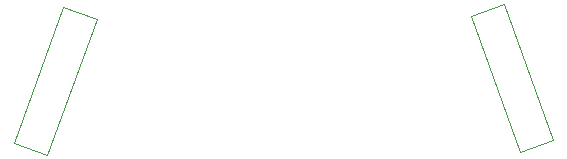
<source format=gbr>
%TF.GenerationSoftware,KiCad,Pcbnew,5.1.10*%
%TF.CreationDate,2021-09-11T14:13:10+02:00*%
%TF.ProjectId,seegeist,73656567-6569-4737-942e-6b696361645f,rev?*%
%TF.SameCoordinates,Original*%
%TF.FileFunction,Other,User*%
%FSLAX46Y46*%
G04 Gerber Fmt 4.6, Leading zero omitted, Abs format (unit mm)*
G04 Created by KiCad (PCBNEW 5.1.10) date 2021-09-11 14:13:10*
%MOMM*%
%LPD*%
G01*
G04 APERTURE LIST*
%ADD10C,0.050000*%
G04 APERTURE END LIST*
D10*
%TO.C,R1*%
X25619582Y-38683093D02*
X28438660Y-39709153D01*
X28438660Y-39709153D02*
X24245493Y-51229784D01*
X24245493Y-51229784D02*
X21426415Y-50203724D01*
X21426415Y-50203724D02*
X25619582Y-38683093D01*
%TO.C,R2*%
X64298907Y-50975784D02*
X60105740Y-39455153D01*
X67117985Y-49949724D02*
X64298907Y-50975784D01*
X62924818Y-38429093D02*
X67117985Y-49949724D01*
X60105740Y-39455153D02*
X62924818Y-38429093D01*
%TD*%
M02*

</source>
